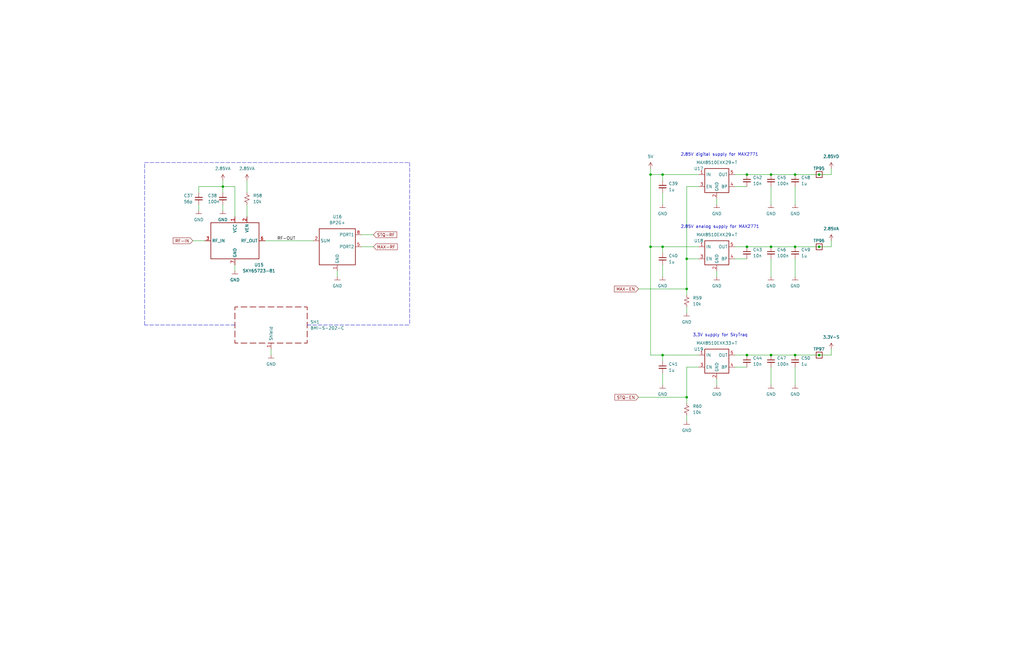
<source format=kicad_sch>
(kicad_sch (version 20211123) (generator eeschema)
  (paper "B")
  (lib_symbols
    (symbol "Device:C_Small" (pin_numbers hide) (pin_names (offset 0.254) hide)
      (property "Reference" "C" (at 0.254 1.778 0))
      (property "Value" "C_Small" (at 0.254 -2.032 0))
      (symbol "C_Small_0_1"
        (polyline (pts (xy -1.524 -0.508) (xy 1.524 -0.508)) (stroke (width 0.3302)))
        (polyline (pts (xy -1.524 0.508) (xy 1.524 0.508)) (stroke (width 0.3048)))
      )
      (symbol "C_Small_1_1"
        (pin passive line (at 0 2.54 270) (length 2.032) (name "~") (number "1"))
        (pin passive line (at 0 -2.54 90) (length 2.032) (name "~") (number "2"))
      )
    )
    (symbol "Device:RFShield_OnePiece" (pin_names (offset 1.016))
      (property "Reference" "J" (at 0 5.08 0))
      (property "Value" "RFShield_OnePiece" (at 0 2.54 0))
      (symbol "RFShield_OnePiece_0_1"
        (polyline (pts (xy -15.24 -5.08) (xy -15.24 -2.54)) (stroke (width 0.254)))
        (polyline (pts (xy -15.24 -1.27) (xy -15.24 1.27)) (stroke (width 0.254)))
        (polyline (pts (xy -15.24 2.54) (xy -15.24 5.08)) (stroke (width 0.254)))
        (polyline (pts (xy -12.7 7.62) (xy -10.16 7.62)) (stroke (width 0.254)))
        (polyline (pts (xy -10.16 -7.62) (xy -12.7 -7.62)) (stroke (width 0.254)))
        (polyline (pts (xy -6.35 -7.62) (xy -8.89 -7.62)) (stroke (width 0.254)))
        (polyline (pts (xy -6.35 7.62) (xy -8.89 7.62)) (stroke (width 0.254)))
        (polyline (pts (xy -2.54 -7.62) (xy -5.08 -7.62)) (stroke (width 0.254)))
        (polyline (pts (xy -2.54 7.62) (xy -5.08 7.62)) (stroke (width 0.254)))
        (polyline (pts (xy -1.27 -7.62) (xy 1.27 -7.62)) (stroke (width 0.254)))
        (polyline (pts (xy 1.27 7.62) (xy -1.27 7.62)) (stroke (width 0.254)))
        (polyline (pts (xy 2.54 -7.62) (xy 5.08 -7.62)) (stroke (width 0.254)))
        (polyline (pts (xy 5.08 7.62) (xy 2.54 7.62)) (stroke (width 0.254)))
        (polyline (pts (xy 6.35 -7.62) (xy 8.89 -7.62)) (stroke (width 0.254)))
        (polyline (pts (xy 8.89 7.62) (xy 6.35 7.62)) (stroke (width 0.254)))
        (polyline (pts (xy 10.16 -7.62) (xy 12.7 -7.62)) (stroke (width 0.254)))
        (polyline (pts (xy 12.7 7.62) (xy 10.16 7.62)) (stroke (width 0.254)))
        (polyline (pts (xy 15.24 -5.08) (xy 15.24 -2.54)) (stroke (width 0.254)))
        (polyline (pts (xy 15.24 -1.27) (xy 15.24 1.27)) (stroke (width 0.254)))
        (polyline (pts (xy 15.24 2.54) (xy 15.24 5.08)) (stroke (width 0.254)))
        (polyline (pts (xy -15.24 6.35) (xy -15.24 7.62) (xy -13.97 7.62)) (stroke (width 0.254)))
        (polyline (pts (xy -13.97 -7.62) (xy -15.24 -7.62) (xy -15.24 -6.35)) (stroke (width 0.254)))
        (polyline (pts (xy 13.97 -7.62) (xy 15.24 -7.62) (xy 15.24 -6.35)) (stroke (width 0.254)))
        (polyline (pts (xy 15.24 6.35) (xy 15.24 7.62) (xy 13.97 7.62)) (stroke (width 0.254)))
      )
      (symbol "RFShield_OnePiece_1_1"
        (pin passive line (at 0 -10.16 90) (length 2.54) (name "Shield") (number "1"))
      )
    )
    (symbol "Device:R_Small_US" (pin_numbers hide) (pin_names (offset 0.254) hide)
      (property "Reference" "R" (at 0.762 0.508 0))
      (property "Value" "R_Small_US" (at 0.762 -1.016 0))
      (symbol "R_Small_US_1_1"
        (polyline (pts (xy 0 0) (xy 1.016 -0.381) (xy 0 -0.762) (xy -1.016 -1.143) (xy 0 -1.524)))
        (polyline (pts (xy 0 1.524) (xy 1.016 1.143) (xy 0 0.762) (xy -1.016 0.381) (xy 0 0)))
        (pin passive line (at 0 2.54 270) (length 1.016) (name "~") (number "1"))
        (pin passive line (at 0 -2.54 90) (length 1.016) (name "~") (number "2"))
      )
    )
    (symbol "OreSat-Power:5V" (power) (pin_names (offset 0))
      (property "Value" "5V" (at 0 3.556 0))
      (symbol "5V_0_1"
        (polyline (pts (xy -0.762 1.27) (xy 0 2.54)))
        (polyline (pts (xy 0 0) (xy 0 2.54)))
        (polyline (pts (xy 0 2.54) (xy 0.762 1.27)))
      )
      (symbol "5V_1_1"
        (pin power_in line (at 0 0 90) (length 0) hide (name "5V") (number "1"))
      )
    )
    (symbol "OreSat-Power:GND" (power) (pin_names (offset 0))
      (property "Value" "GND" (at 0 -2.54 0))
      (symbol "GND_0_1"
        (polyline (pts (xy 0 0) (xy 0 -1.27) (xy 1.27 -1.27) (xy 0 -1.27) (xy -1.27 -1.27) (xy 0 -1.27)))
      )
      (symbol "GND_1_1"
        (pin power_in line (at 0 0 270) (length 0) hide (name "GND") (number "1"))
      )
    )
    (symbol "OreSat-TestPoint:Test-Point" (pin_numbers hide) (pin_names hide)
      (property "Reference" "TP" (at 0 2.54 0))
      (symbol "Test-Point_0_1"
        (rectangle (start -1.27 1.27) (end 1.27 -1.27) (stroke (width 0.254)))
      )
      (symbol "Test-Point_1_1"
        (pin passive line (at 0 0 90) (length 0) (name "") (number "1"))
      )
    )
    (symbol "U-Maxim-MAX8510EXK29+T-low-noise-LDO-2v85:MAX8510EXK29+T"
      (property "Reference" "U" (at 5.08 10.16 0))
      (property "Value" "MAX8510EXK29+T" (at -7.62 10.16 0))
      (symbol "MAX8510EXK29+T_0_1"
        (rectangle (start -5.08 5.08) (end 5.08 -5.08) (stroke (width 0.254)))
      )
      (symbol "MAX8510EXK29+T_1_0"
        (pin power_in line (at -7.62 2.54 0) (length 2.54) (name "IN") (number "1"))
        (pin power_in line (at 0 -7.62 90) (length 2.54) (name "GND") (number "2"))
        (pin input line (at -7.62 -2.54 0) (length 2.54) (name "EN") (number "3"))
        (pin passive line (at 7.62 -2.54 180) (length 2.54) (name "BP") (number "4"))
        (pin power_out line (at 7.62 2.54 180) (length 2.54) (name "OUT") (number "5"))
      )
    )
    (symbol "U-Minicircuits-BP2G+l-band-splitter:BP2G+"
      (property "Reference" "U" (at -6.35 10.16 0))
      (property "Value" "BP2G+" (at 5.08 10.16 0))
      (symbol "BP2G+_0_1"
        (rectangle (start -7.62 7.62) (end 7.62 -7.62) (stroke (width 0.254)))
      )
      (symbol "BP2G+_1_0"
        (pin power_in line (at 0 -10.16 90) (length 2.54) (name "GND") (number "1"))
        (pin input line (at -10.16 2.54 0) (length 2.54) (name "SUM") (number "2"))
        (pin passive line (at 0 -10.16 90) (length 2.54) hide (name "GND") (number "3"))
        (pin passive line (at 0 -10.16 90) (length 2.54) hide (name "GND") (number "4"))
        (pin output line (at 10.16 0 180) (length 2.54) (name "PORT2") (number "5"))
        (pin passive line (at 0 -10.16 90) (length 2.54) hide (name "GND") (number "6"))
        (pin passive line (at 0 -10.16 90) (length 2.54) hide (name "GND") (number "7"))
        (pin output line (at 10.16 5.08 180) (length 2.54) (name "PORT1") (number "8"))
      )
    )
    (symbol "U-Skyworks-SKY65723-81-gps-low-noise-amplifier-front-end:SKY65723-81"
      (property "Reference" "U" (at -5.08 11.43 0))
      (property "Value" "SKY65723-81" (at -8.89 8.89 0))
      (symbol "SKY65723-81_0_1"
        (rectangle (start -10.16 7.62) (end 10.16 -7.62) (stroke (width 0.254)))
      )
      (symbol "SKY65723-81_1_0"
        (pin power_in line (at 0 10.16 270) (length 2.54) (name "VCC") (number "1"))
        (pin input line (at 5.08 10.16 270) (length 2.54) (name "VEN") (number "2"))
        (pin input line (at -12.7 0 0) (length 2.54) (name "RF_IN") (number "3"))
        (pin output line (at 12.7 0 180) (length 2.54) (name "RF_OUT") (number "6"))
        (pin power_in line (at 0 -10.16 90) (length 2.54) (name "GND") (number "7"))
      )
    )
    (symbol "gps-power:2.85VA" (power) (in_bom no) (on_board no)
      (property "Value" "2.85VA" (at 0 5.08 0))
      (symbol "2.85VA_0_1"
        (polyline (pts (xy -0.762 1.27) (xy 0 2.54)))
        (polyline (pts (xy 0 0) (xy 0 2.54)))
        (polyline (pts (xy 0 2.54) (xy 0.762 1.27)))
      )
      (symbol "2.85VA_1_1"
        (pin power_in line (at 0 0 90) (length 2.54) hide (name "2.85VA") (number "1"))
      )
    )
    (symbol "gps-power:2.85VD" (power) (in_bom no) (on_board no)
      (property "Value" "2.85VD" (at 0 5.08 0))
      (symbol "2.85VD_0_1"
        (polyline (pts (xy -0.762 1.27) (xy 0 2.54)))
        (polyline (pts (xy 0 0) (xy 0 2.54)))
        (polyline (pts (xy 0 2.54) (xy 0.762 1.27)))
      )
      (symbol "2.85VD_1_1"
        (pin power_in line (at 0 0 90) (length 2.54) hide (name "2.85VD") (number "1"))
      )
    )
    (symbol "gps-power:3.3V-S" (power) (in_bom no) (on_board no)
      (property "Value" "3.3V-S" (at 0 5.08 0))
      (symbol "3.3V-S_0_1"
        (polyline (pts (xy -0.762 1.27) (xy 0 2.54)))
        (polyline (pts (xy 0 0) (xy 0 2.54)))
        (polyline (pts (xy 0 2.54) (xy 0.762 1.27)))
      )
      (symbol "3.3V-S_1_1"
        (pin power_in line (at 0 0 90) (length 2.54) hide (name "3.3V-S") (number "1"))
      )
    )
  )
  (junction (at 279.4 104.14))
  (junction (at 335.28 149.86))
  (junction (at 274.32 104.14))
  (junction (at 279.4 149.86))
  (junction (at 314.96 73.66))
  (junction (at 345.44 73.66))
  (junction (at 274.32 73.66))
  (junction (at 335.28 73.66))
  (junction (at 314.96 104.14))
  (junction (at 335.28 104.14))
  (junction (at 314.96 149.86))
  (junction (at 289.56 109.22))
  (junction (at 279.4 73.66))
  (junction (at 93.98 78.74))
  (junction (at 325.12 104.14))
  (junction (at 345.44 104.14))
  (junction (at 325.12 73.66))
  (junction (at 289.56 121.92))
  (junction (at 345.44 149.86))
  (junction (at 325.12 149.86))
  (junction (at 289.56 167.64))
  (wire (pts (xy 279.4 104.14) (xy 274.32 104.14)))
  (wire (pts (xy 269.24 121.92) (xy 289.56 121.92)))
  (wire (pts (xy 274.32 73.66) (xy 274.32 71.12)))
  (wire (pts (xy 93.98 76.2) (xy 93.98 78.74)))
  (wire (pts (xy 93.98 78.74) (xy 99.06 78.74)))
  (polyline (pts (xy 129.54 137.16) (xy 172.72 137.16)))
  (wire (pts (xy 279.4 73.66) (xy 274.32 73.66)))
  (wire (pts (xy 279.4 111.76) (xy 279.4 116.84)))
  (wire (pts (xy 81.28 101.6) (xy 86.36 101.6)))
  (wire (pts (xy 274.32 104.14) (xy 274.32 149.86)))
  (wire (pts (xy 104.14 76.2) (xy 104.14 81.28)))
  (wire (pts (xy 289.56 154.94) (xy 289.56 167.64)))
  (wire (pts (xy 350.52 149.86) (xy 350.52 147.32)))
  (wire (pts (xy 325.12 78.74) (xy 325.12 86.36)))
  (wire (pts (xy 294.64 154.94) (xy 289.56 154.94)))
  (wire (pts (xy 142.24 114.3) (xy 142.24 116.84)))
  (wire (pts (xy 335.28 73.66) (xy 345.44 73.66)))
  (wire (pts (xy 335.28 78.74) (xy 335.28 86.36)))
  (wire (pts (xy 302.26 83.82) (xy 302.26 86.36)))
  (wire (pts (xy 309.88 109.22) (xy 314.96 109.22)))
  (wire (pts (xy 83.82 86.36) (xy 83.82 88.9)))
  (polyline (pts (xy 60.96 68.58) (xy 172.72 68.58)))
  (wire (pts (xy 309.88 104.14) (xy 314.96 104.14)))
  (wire (pts (xy 314.96 149.86) (xy 325.12 149.86)))
  (wire (pts (xy 350.52 73.66) (xy 350.52 71.12)))
  (polyline (pts (xy 99.06 137.16) (xy 60.96 137.16)))
  (wire (pts (xy 152.4 99.06) (xy 157.48 99.06)))
  (wire (pts (xy 309.88 154.94) (xy 314.96 154.94)))
  (wire (pts (xy 279.4 149.86) (xy 274.32 149.86)))
  (wire (pts (xy 294.64 109.22) (xy 289.56 109.22)))
  (wire (pts (xy 314.96 104.14) (xy 325.12 104.14)))
  (wire (pts (xy 335.28 109.22) (xy 335.28 116.84)))
  (polyline (pts (xy 60.96 137.16) (xy 60.96 68.58)))
  (wire (pts (xy 114.3 147.32) (xy 114.3 149.86)))
  (wire (pts (xy 325.12 109.22) (xy 325.12 116.84)))
  (wire (pts (xy 104.14 86.36) (xy 104.14 91.44)))
  (wire (pts (xy 93.98 78.74) (xy 93.98 81.28)))
  (wire (pts (xy 279.4 157.48) (xy 279.4 162.56)))
  (wire (pts (xy 289.56 121.92) (xy 289.56 124.46)))
  (wire (pts (xy 325.12 104.14) (xy 335.28 104.14)))
  (wire (pts (xy 345.44 104.14) (xy 350.52 104.14)))
  (wire (pts (xy 83.82 81.28) (xy 83.82 78.74)))
  (wire (pts (xy 345.44 73.66) (xy 350.52 73.66)))
  (wire (pts (xy 279.4 73.66) (xy 294.64 73.66)))
  (wire (pts (xy 350.52 104.14) (xy 350.52 101.6)))
  (wire (pts (xy 274.32 73.66) (xy 274.32 104.14)))
  (wire (pts (xy 335.28 154.94) (xy 335.28 162.56)))
  (wire (pts (xy 99.06 111.76) (xy 99.06 114.3)))
  (wire (pts (xy 289.56 109.22) (xy 289.56 121.92)))
  (wire (pts (xy 279.4 81.28) (xy 279.4 86.36)))
  (wire (pts (xy 279.4 76.2) (xy 279.4 73.66)))
  (wire (pts (xy 345.44 149.86) (xy 350.52 149.86)))
  (wire (pts (xy 279.4 104.14) (xy 294.64 104.14)))
  (polyline (pts (xy 172.72 68.58) (xy 172.72 137.16)) (stroke (width 0) (type dash)))
  (wire (pts (xy 83.82 78.74) (xy 93.98 78.74)))
  (wire (pts (xy 279.4 152.4) (xy 279.4 149.86)))
  (wire (pts (xy 269.24 167.64) (xy 289.56 167.64)))
  (wire (pts (xy 279.4 106.68) (xy 279.4 104.14)))
  (wire (pts (xy 309.88 78.74) (xy 314.96 78.74)))
  (wire (pts (xy 302.26 160.02) (xy 302.26 162.56)))
  (wire (pts (xy 93.98 86.36) (xy 93.98 88.9)))
  (wire (pts (xy 289.56 109.22) (xy 289.56 78.74)))
  (wire (pts (xy 325.12 149.86) (xy 335.28 149.86)))
  (wire (pts (xy 279.4 149.86) (xy 294.64 149.86)))
  (wire (pts (xy 309.88 73.66) (xy 314.96 73.66)))
  (wire (pts (xy 302.26 114.3) (xy 302.26 116.84)))
  (wire (pts (xy 289.56 175.26) (xy 289.56 177.8)))
  (wire (pts (xy 111.76 101.6) (xy 132.08 101.6)))
  (wire (pts (xy 289.56 170.18) (xy 289.56 167.64)))
  (wire (pts (xy 335.28 149.86) (xy 345.44 149.86)))
  (wire (pts (xy 325.12 73.66) (xy 335.28 73.66)))
  (wire (pts (xy 289.56 78.74) (xy 294.64 78.74)))
  (wire (pts (xy 325.12 154.94) (xy 325.12 162.56)))
  (wire (pts (xy 99.06 78.74) (xy 99.06 91.44)))
  (wire (pts (xy 309.88 149.86) (xy 314.96 149.86)))
  (wire (pts (xy 314.96 73.66) (xy 325.12 73.66)))
  (wire (pts (xy 152.4 104.14) (xy 157.48 104.14)))
  (wire (pts (xy 289.56 129.54) (xy 289.56 132.08)))
  (wire (pts (xy 335.28 104.14) (xy 345.44 104.14)))
  (text "3.3V supply for SkyTraq" (at 292.1 142.24 0) (effects (font (size 1.27 1.27)) (justify left bottom)))
  (text "2.85V digital supply for MAX2771" (at 287.02 66.04 0) (effects (font (size 1.27 1.27)) (justify left bottom)))
  (text "2.85V analog supply for MAX2771" (at 287.02 96.52 0) (effects (font (size 1.27 1.27)) (justify left bottom)))
  (label "RF-OUT" (at 116.84 101.6 0))
  (global_label "MAX-RF" (shape input) (at 157.48 104.14 0) (property "Intersheet References" "${INTERSHEET_REFS}" (effects hide)))
  (global_label "RF-IN" (shape input) (at 81.28 101.6 180) (property "Intersheet References" "${INTERSHEET_REFS}" (effects hide)))
  (global_label "STQ-RF" (shape input) (at 157.48 99.06 0) (property "Intersheet References" "${INTERSHEET_REFS}" (effects hide)))
  (global_label "STQ-EN" (shape input) (at 269.24 167.64 180) (property "Intersheet References" "${INTERSHEET_REFS}" (effects hide)))
  (global_label "MAX-EN" (shape input) (at 269.24 121.92 180) (property "Intersheet References" "${INTERSHEET_REFS}" (effects hide)))
  (symbol (lib_id "OreSat-Power:GND") (at 325.12 162.56 0) (unit 1)
    (property "Reference" "#GND0179" (effects hide))
    (property "Value" "GND" (at 325.12 166.37 0))
  )
  (symbol (lib_id "U-Minicircuits-BP2G+l-band-splitter:BP2G+") (at 142.24 104.14 0) (unit 1)
    (property "Reference" "U16" (at 142.24 91.44 0))
    (property "Value" "BP2G+" (at 142.24 93.98 0))
    (property "Footprint" "oresat-footprints:U-Minicircuits-BP2G+" (effects hide))
    (property "Datasheet" "https://www.minicircuits.com/pdfs/BP2G+.pdf" (effects hide))
  )
  (symbol (lib_id "Device:C_Small") (at 314.96 76.2 0) (unit 1)
    (property "Reference" "C42" (at 317.5 74.9362 0) (effects (justify left)))
    (property "Value" "10n" (at 317.5 77.4762 0) (effects (justify left)))
    (property "Footprint" "Capacitor_SMD:C_0603_1608Metric" (effects hide))
  )
  (symbol (lib_id "gps-power:2.85VD") (at 350.52 71.12 0) (unit 1) (in_bom no) (on_board no)
    (property "Reference" "#2V85D0106" (effects hide))
    (property "Value" "2.85VD" (at 350.52 66.04 0))
  )
  (symbol (lib_id "OreSat-Power:GND") (at 83.82 88.9 0) (unit 1)
    (property "Reference" "#GND0169" (effects hide))
    (property "Value" "GND" (at 83.82 92.71 0))
  )
  (symbol (lib_id "U-Maxim-MAX8510EXK29+T-low-noise-LDO-2v85:MAX8510EXK29+T") (at 302.26 106.68 0) (unit 1)
    (property "Reference" "U18" (at 294.64 101.6 0))
    (property "Value" "MAX8510EXK29+T" (at 302.26 99.06 0))
    (property "Footprint" "Package_TO_SOT_SMD:SOT-353_SC-70-5" (effects hide))
    (property "Datasheet" "https://datasheets.maximintegrated.com/en/ds/MAX8510-MAX8512.pdf" (effects hide))
  )
  (symbol (lib_id "Device:R_Small_US") (at 104.14 83.82 0) (unit 1)
    (property "Reference" "R58" (at 106.68 82.5499 0) (effects (justify left)))
    (property "Value" "10k" (at 106.68 85.0899 0) (effects (justify left)))
    (property "Footprint" "Resistor_SMD:R_0402_1005Metric" (effects hide))
  )
  (symbol (lib_id "OreSat-Power:GND") (at 99.06 114.3 0) (unit 1)
    (property "Reference" "#GND0167" (effects hide))
    (property "Value" "GND" (at 99.06 118.11 0))
  )
  (symbol (lib_id "OreSat-Power:GND") (at 142.24 116.84 0) (unit 1)
    (property "Reference" "#GND0185" (effects hide))
    (property "Value" "GND" (at 142.24 120.65 0))
  )
  (symbol (lib_id "Device:C_Small") (at 335.28 106.68 0) (unit 1)
    (property "Reference" "C49" (at 337.82 105.4162 0) (effects (justify left)))
    (property "Value" "1u" (at 337.82 107.9562 0) (effects (justify left)))
    (property "Footprint" "Capacitor_SMD:C_0603_1608Metric" (effects hide))
  )
  (symbol (lib_id "Device:C_Small") (at 83.82 83.82 0) (mirror y) (unit 1)
    (property "Reference" "C37" (at 77.47 82.55 0) (effects (justify right)))
    (property "Value" "56p" (at 77.47 85.09 0) (effects (justify right)))
    (property "Footprint" "Capacitor_SMD:C_0402_1005Metric" (effects hide))
  )
  (symbol (lib_id "U-Skyworks-SKY65723-81-gps-low-noise-amplifier-front-end:SKY65723-81") (at 99.06 101.6 0) (unit 1)
    (property "Reference" "U15" (at 109.22 111.76 0))
    (property "Value" "SKY65723-81" (at 109.22 114.3 0))
    (property "Footprint" "oresat-footprints:U-Skyworks-SKY65723-81-gps-lna" (effects hide))
    (property "Datasheet" "https://www.skyworksinc.com/-/media/SkyWorks/Documents/Products/2801-2900/SKY65723_81_203923G.pdf" (effects hide))
  )
  (symbol (lib_id "U-Maxim-MAX8510EXK29+T-low-noise-LDO-2v85:MAX8510EXK29+T") (at 302.26 76.2 0) (unit 1)
    (property "Reference" "U17" (at 294.64 71.12 0))
    (property "Value" "MAX8510EXK29+T" (at 302.26 68.58 0))
    (property "Footprint" "Package_TO_SOT_SMD:SOT-353_SC-70-5" (effects hide))
    (property "Datasheet" "https://datasheets.maximintegrated.com/en/ds/MAX8510-MAX8512.pdf" (effects hide))
  )
  (symbol (lib_id "gps-power:2.85VA") (at 93.98 76.2 0) (unit 1) (in_bom no) (on_board no)
    (property "Reference" "#2V85A0108" (effects hide))
    (property "Value" "2.85VA" (at 93.98 71.12 0))
  )
  (symbol (lib_id "gps-power:3.3V-S") (at 350.52 147.32 0) (unit 1) (in_bom no) (on_board no)
    (property "Reference" "#3V3-S0104" (effects hide))
    (property "Value" "3.3V-S" (at 350.52 142.24 0))
  )
  (symbol (lib_id "OreSat-Power:GND") (at 335.28 116.84 0) (unit 1)
    (property "Reference" "#GND0178" (effects hide))
    (property "Value" "GND" (at 335.28 120.65 0))
  )
  (symbol (lib_id "OreSat-Power:GND") (at 114.3 149.86 0) (unit 1)
    (property "Reference" "#GND0168" (effects hide))
    (property "Value" "GND" (at 114.3 153.67 0))
  )
  (symbol (lib_id "Device:C_Small") (at 279.4 78.74 0) (unit 1)
    (property "Reference" "C39" (at 281.94 77.4762 0) (effects (justify left)))
    (property "Value" "1u" (at 281.94 80.0162 0) (effects (justify left)))
    (property "Footprint" "Capacitor_SMD:C_0603_1608Metric" (effects hide))
  )
  (symbol (lib_id "Device:C_Small") (at 279.4 109.22 0) (unit 1)
    (property "Reference" "C40" (at 281.94 107.9562 0) (effects (justify left)))
    (property "Value" "1u" (at 281.94 110.4962 0) (effects (justify left)))
    (property "Footprint" "Capacitor_SMD:C_0603_1608Metric" (effects hide))
  )
  (symbol (lib_id "Device:RFShield_OnePiece") (at 114.3 137.16 0) (unit 1)
    (property "Reference" "SH1" (at 130.81 135.8899 0) (effects (justify left)))
    (property "Value" "BMI-S-202-C" (at 130.81 138.4299 0) (effects (justify left)))
    (property "Footprint" "RF_Shielding:Laird_Technologies_BMI-S-202-F_16.50x16.50mm" (effects hide))
  )
  (symbol (lib_id "OreSat-Power:GND") (at 335.28 86.36 0) (unit 1)
    (property "Reference" "#GND0176" (effects hide))
    (property "Value" "GND" (at 335.28 90.17 0))
  )
  (symbol (lib_id "OreSat-TestPoint:Test-Point") (at 345.44 149.86 180) (unit 1)
    (property "Reference" "TP97" (at 342.9 147.32 0) (effects (justify right)))
    (property "Value" "Test-Point" (effects hide))
    (property "Footprint" "OreSat-TestPoint:PAD.03X.04" (effects hide))
  )
  (symbol (lib_id "OreSat-Power:GND") (at 93.98 88.9 0) (unit 1)
    (property "Reference" "#GND0170" (effects hide))
    (property "Value" "GND" (at 93.98 92.71 0))
  )
  (symbol (lib_id "OreSat-Power:GND") (at 279.4 116.84 0) (unit 1)
    (property "Reference" "#GND0172" (effects hide))
    (property "Value" "GND" (at 279.4 120.65 0))
  )
  (symbol (lib_id "U-Maxim-MAX8510EXK29+T-low-noise-LDO-2v85:MAX8510EXK29+T") (at 302.26 152.4 0) (unit 1)
    (property "Reference" "U19" (at 294.64 147.32 0))
    (property "Value" "MAX8510EXK33+T" (at 302.26 144.78 0))
    (property "Footprint" "Package_TO_SOT_SMD:SOT-353_SC-70-5" (effects hide))
    (property "Datasheet" "https://datasheets.maximintegrated.com/en/ds/MAX8510-MAX8512.pdf" (effects hide))
  )
  (symbol (lib_id "OreSat-Power:GND") (at 289.56 132.08 0) (unit 1)
    (property "Reference" "#GND0183" (effects hide))
    (property "Value" "GND" (at 289.56 135.89 0))
  )
  (symbol (lib_id "Device:C_Small") (at 325.12 152.4 0) (unit 1)
    (property "Reference" "C47" (at 327.66 151.1362 0) (effects (justify left)))
    (property "Value" "100n" (at 327.66 153.6762 0) (effects (justify left)))
    (property "Footprint" "Capacitor_SMD:C_0603_1608Metric" (effects hide))
  )
  (symbol (lib_id "Device:C_Small") (at 335.28 76.2 0) (unit 1)
    (property "Reference" "C48" (at 337.82 74.9362 0) (effects (justify left)))
    (property "Value" "1u" (at 337.82 77.4762 0) (effects (justify left)))
    (property "Footprint" "Capacitor_SMD:C_0603_1608Metric" (effects hide))
  )
  (symbol (lib_id "Device:C_Small") (at 93.98 83.82 0) (unit 1)
    (property "Reference" "C38" (at 87.63 82.55 0) (effects (justify left)))
    (property "Value" "100n" (at 87.63 85.09 0) (effects (justify left)))
    (property "Footprint" "Capacitor_SMD:C_0603_1608Metric" (effects hide))
  )
  (symbol (lib_id "OreSat-Power:GND") (at 302.26 116.84 0) (unit 1)
    (property "Reference" "#GND0173" (effects hide))
    (property "Value" "GND" (at 302.26 120.65 0))
  )
  (symbol (lib_id "gps-power:2.85VA") (at 104.14 76.2 0) (unit 1) (in_bom no) (on_board no)
    (property "Reference" "#2V85A0107" (effects hide))
    (property "Value" "2.85VA" (at 104.14 71.12 0))
  )
  (symbol (lib_id "Device:C_Small") (at 325.12 106.68 0) (unit 1)
    (property "Reference" "C46" (at 327.66 105.4162 0) (effects (justify left)))
    (property "Value" "100n" (at 327.66 107.9562 0) (effects (justify left)))
    (property "Footprint" "Capacitor_SMD:C_0603_1608Metric" (effects hide))
  )
  (symbol (lib_id "OreSat-TestPoint:Test-Point") (at 345.44 73.66 180) (unit 1)
    (property "Reference" "TP95" (at 342.9 71.12 0) (effects (justify right)))
    (property "Value" "Test-Point" (effects hide))
    (property "Footprint" "OreSat-TestPoint:PAD.03X.04" (effects hide))
  )
  (symbol (lib_id "gps-power:2.85VA") (at 350.52 101.6 0) (unit 1) (in_bom no) (on_board no)
    (property "Reference" "#2V85A0106" (effects hide))
    (property "Value" "2.85VA" (at 350.52 96.52 0))
  )
  (symbol (lib_id "Device:C_Small") (at 314.96 106.68 0) (unit 1)
    (property "Reference" "C43" (at 317.5 105.4162 0) (effects (justify left)))
    (property "Value" "10n" (at 317.5 107.9562 0) (effects (justify left)))
    (property "Footprint" "Capacitor_SMD:C_0603_1608Metric" (effects hide))
  )
  (symbol (lib_id "OreSat-Power:GND") (at 325.12 86.36 0) (unit 1)
    (property "Reference" "#GND0175" (effects hide))
    (property "Value" "GND" (at 325.12 90.17 0))
  )
  (symbol (lib_id "OreSat-TestPoint:Test-Point") (at 345.44 104.14 180) (unit 1)
    (property "Reference" "TP96" (at 342.9 101.6 0) (effects (justify right)))
    (property "Value" "Test-Point" (effects hide))
    (property "Footprint" "OreSat-TestPoint:PAD.03X.04" (effects hide))
  )
  (symbol (lib_id "Device:C_Small") (at 325.12 76.2 0) (unit 1)
    (property "Reference" "C45" (at 327.66 74.9362 0) (effects (justify left)))
    (property "Value" "100n" (at 327.66 77.4762 0) (effects (justify left)))
    (property "Footprint" "Capacitor_SMD:C_0603_1608Metric" (effects hide))
  )
  (symbol (lib_id "OreSat-Power:GND") (at 279.4 86.36 0) (unit 1)
    (property "Reference" "#GND0174" (effects hide))
    (property "Value" "GND" (at 279.4 90.17 0))
  )
  (symbol (lib_id "OreSat-Power:GND") (at 279.4 162.56 0) (unit 1)
    (property "Reference" "#GND0184" (effects hide))
    (property "Value" "GND" (at 279.4 166.37 0))
  )
  (symbol (lib_id "OreSat-Power:GND") (at 302.26 86.36 0) (unit 1)
    (property "Reference" "#GND0171" (effects hide))
    (property "Value" "GND" (at 302.26 90.17 0))
  )
  (symbol (lib_id "OreSat-Power:5V") (at 274.32 71.12 0) (unit 1)
    (property "Reference" "#5V0104" (effects hide))
    (property "Value" "5V" (at 274.32 66.04 0))
  )
  (symbol (lib_id "Device:C_Small") (at 279.4 154.94 0) (unit 1)
    (property "Reference" "C41" (at 281.94 153.6762 0) (effects (justify left)))
    (property "Value" "1u" (at 281.94 156.2162 0) (effects (justify left)))
    (property "Footprint" "Capacitor_SMD:C_0603_1608Metric" (effects hide))
  )
  (symbol (lib_id "OreSat-Power:GND") (at 335.28 162.56 0) (unit 1)
    (property "Reference" "#GND0180" (effects hide))
    (property "Value" "GND" (at 335.28 166.37 0))
  )
  (symbol (lib_id "Device:C_Small") (at 335.28 152.4 0) (unit 1)
    (property "Reference" "C50" (at 337.82 151.1362 0) (effects (justify left)))
    (property "Value" "1u" (at 337.82 153.6762 0) (effects (justify left)))
    (property "Footprint" "Capacitor_SMD:C_0603_1608Metric" (effects hide))
  )
  (symbol (lib_id "Device:R_Small_US") (at 289.56 127 0) (unit 1)
    (property "Reference" "R59" (at 292.1 125.7299 0) (effects (justify left)))
    (property "Value" "10k" (at 292.1 128.2699 0) (effects (justify left)))
    (property "Footprint" "Resistor_SMD:R_0603_1608Metric" (effects hide))
  )
  (symbol (lib_id "OreSat-Power:GND") (at 289.56 177.8 0) (unit 1)
    (property "Reference" "#GND0181" (effects hide))
    (property "Value" "GND" (at 289.56 181.61 0))
  )
  (symbol (lib_id "Device:C_Small") (at 314.96 152.4 0) (unit 1)
    (property "Reference" "C44" (at 317.5 151.1362 0) (effects (justify left)))
    (property "Value" "10n" (at 317.5 153.6762 0) (effects (justify left)))
    (property "Footprint" "Capacitor_SMD:C_0603_1608Metric" (effects hide))
  )
  (symbol (lib_id "Device:R_Small_US") (at 289.56 172.72 0) (unit 1)
    (property "Reference" "R60" (at 292.1 171.4499 0) (effects (justify left)))
    (property "Value" "10k" (at 292.1 173.9899 0) (effects (justify left)))
    (property "Footprint" "Resistor_SMD:R_0603_1608Metric" (effects hide))
  )
  (symbol (lib_id "OreSat-Power:GND") (at 325.12 116.84 0) (unit 1)
    (property "Reference" "#GND0177" (effects hide))
    (property "Value" "GND" (at 325.12 120.65 0))
  )
  (symbol (lib_id "OreSat-Power:GND") (at 302.26 162.56 0) (unit 1)
    (property "Reference" "#GND0182" (effects hide))
    (property "Value" "GND" (at 302.26 166.37 0))
  )
)
</source>
